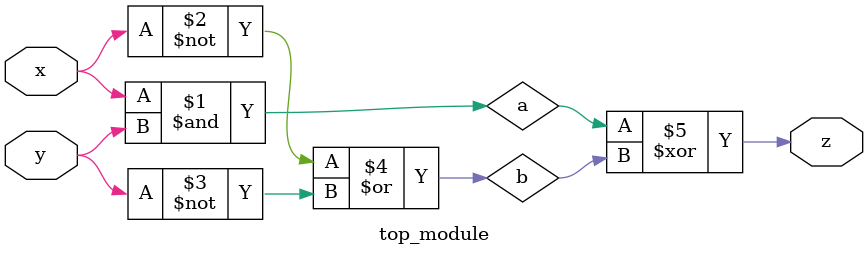
<source format=sv>
module top_module(
    input x,
    input y,
    output z
);

    wire a;
    wire b;

    assign a = x & y;  // AND gate to calculate a
    assign b = ~x | ~y;  // NOR gate to calculate b
    assign z = a ^ b;  // XOR gate to calculate z

endmodule

</source>
